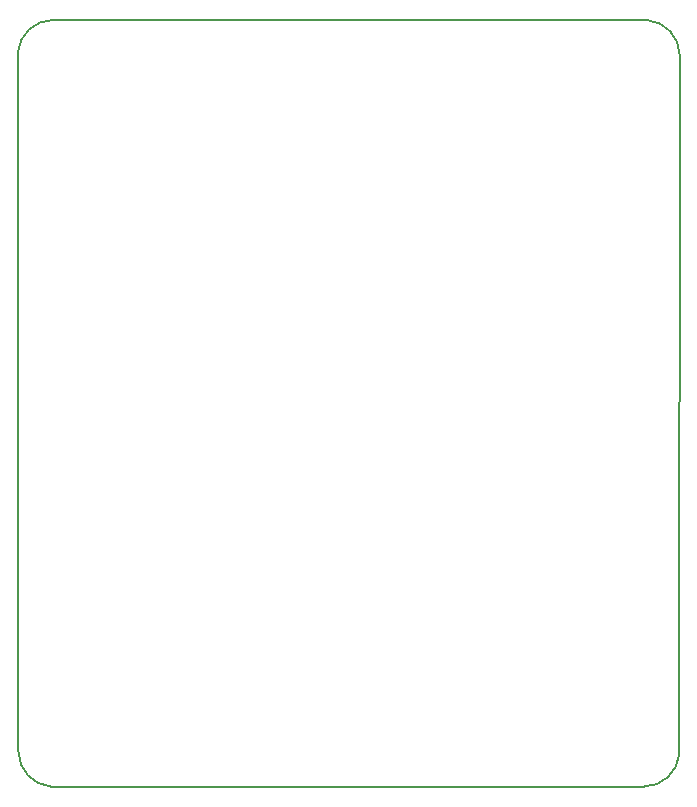
<source format=gbr>
%TF.GenerationSoftware,KiCad,Pcbnew,7.0.2*%
%TF.CreationDate,2024-02-29T19:29:45+01:00*%
%TF.ProjectId,CDFR,43444652-2e6b-4696-9361-645f70636258,rev?*%
%TF.SameCoordinates,Original*%
%TF.FileFunction,Profile,NP*%
%FSLAX46Y46*%
G04 Gerber Fmt 4.6, Leading zero omitted, Abs format (unit mm)*
G04 Created by KiCad (PCBNEW 7.0.2) date 2024-02-29 19:29:45*
%MOMM*%
%LPD*%
G01*
G04 APERTURE LIST*
%TA.AperFunction,Profile*%
%ADD10C,0.200000*%
%TD*%
G04 APERTURE END LIST*
D10*
X162295098Y-31499999D02*
G75*
G03*
X159534702Y-28500001I-3010398J-1D01*
G01*
X162295100Y-31499999D02*
X162261630Y-90634702D01*
X106300000Y-90400000D02*
X106250001Y-31250000D01*
X109250000Y-28489602D02*
X159534702Y-28500000D01*
X109250000Y-28489603D02*
G75*
G03*
X106250002Y-31250000I0J-3010397D01*
G01*
X159261631Y-93395100D02*
X109060398Y-93399999D01*
X159261631Y-93395128D02*
G75*
G03*
X162261629Y-90634702I-31J3010428D01*
G01*
X106300003Y-90400000D02*
G75*
G03*
X109060398Y-93399998I3010397J0D01*
G01*
M02*

</source>
